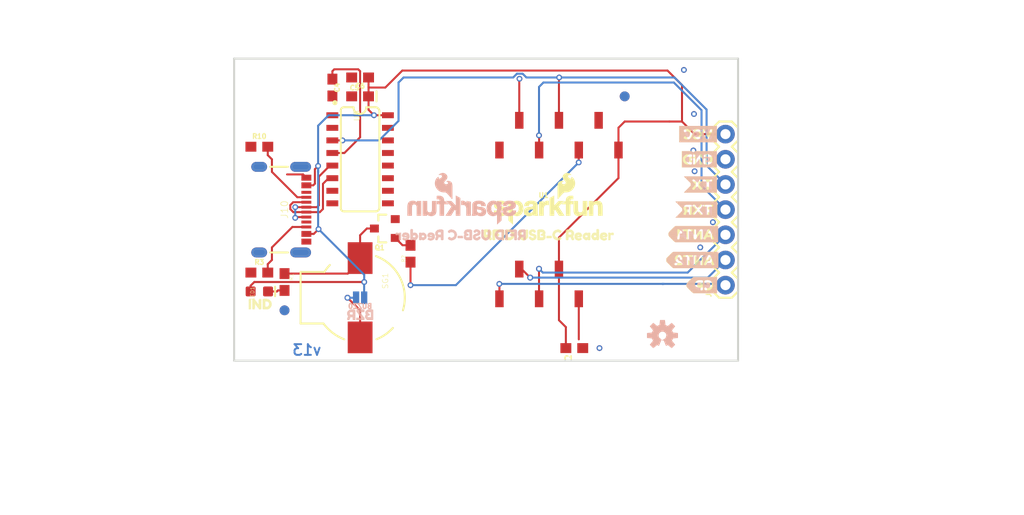
<source format=kicad_pcb>
(kicad_pcb (version 20211014) (generator pcbnew)
  (layers (0 "F.Cu" signal) (31 "B.Cu" signal) (34 "B.Paste" user) (35 "F.Paste" user) (36 "B.SilkS" user "B.Silkscreen") (37 "F.SilkS" user "F.Silkscreen") (38 "B.Mask" user) (39 "F.Mask" user) (44 "Edge.Cuts" user))
  (net 0 "")
  (net 1 "GND")
  (net 2 "VCC")
  (net 3 "TX-O")
  (net 4 "TX-O-RS232")
  (net 5 "INDICATOR")
  (net 6 "CP")
  (net 7 "N$1")
  (net 8 "N$7")
  (net 9 "N$8")
  (net 10 "N$2")
  (net 11 "N$3")
  (net 12 "N$9")
  (net 13 "N$6")
  (net 14 "N$11")
  (net 15 "N$4")
  (net 16 "ANT1")
  (net 17 "ANT2")
  (footprint "boardEagle:SO016" (layer "F.Cu") (at 135.8011 99.9236 -90)
    (fp_text reference "U5" (at -3.81 0 -90) (layer "F.SilkS") (effects (font (size 0.54864 0.54864) (thickness 0.06096)) (justify left bottom)))
    (fp_text value "CH340C")
    (pad "1" smd rect (at -4.445 2.8 270) (size 0.6 1.2) (layers "F.Cu" "F.Paste" "F.Mask") (net 1 "GND"))
    (pad "2" smd rect (at -3.175 2.8 270) (size 0.6 1.2) (layers "F.Cu" "F.Paste" "F.Mask"))
    (pad "3" smd rect (at -1.905 2.8 270) (size 0.6 1.2) (layers "F.Cu" "F.Paste" "F.Mask") (net 3 "TX-O"))
    (pad "4" smd rect (at -0.635 2.8 270) (size 0.6 1.2) (layers "F.Cu" "F.Paste" "F.Mask") (net 10 "N$2"))
    (pad "5" smd rect (at 0.635 2.8 270) (size 0.6 1.2) (layers "F.Cu" "F.Paste" "F.Mask") (net 11 "N$3"))
    (pad "6" smd rect (at 1.905 2.8 270) (size 0.6 1.2) (layers "F.Cu" "F.Paste" "F.Mask") (net 12 "N$9"))
    (pad "7" smd rect (at 3.175 2.8 270) (size 0.6 1.2) (layers "F.Cu" "F.Paste" "F.Mask"))
    (pad "8" smd rect (at 4.445 2.8 270) (size 0.6 1.2) (layers "F.Cu" "F.Paste" "F.Mask"))
    (pad "9" smd rect (at 4.445 -2.8 270) (size 0.6 1.2) (layers "F.Cu" "F.Paste" "F.Mask"))
    (pad "10" smd rect (at 3.175 -2.8 270) (size 0.6 1.2) (layers "F.Cu" "F.Paste" "F.Mask"))
    (pad "11" smd rect (at 1.905 -2.8 270) (size 0.6 1.2) (layers "F.Cu" "F.Paste" "F.Mask"))
    (pad "12" smd rect (at 0.635 -2.8 270) (size 0.6 1.2) (layers "F.Cu" "F.Paste" "F.Mask"))
    (pad "13" smd rect (at -0.635 -2.8 270) (size 0.6 1.2) (layers "F.Cu" "F.Paste" "F.Mask"))
    (pad "14" smd rect (at -1.905 -2.8 270) (size 0.6 1.2) (layers "F.Cu" "F.Paste" "F.Mask"))
    (pad "15" smd rect (at -3.175 -2.8 270) (size 0.6 1.2) (layers "F.Cu" "F.Paste" "F.Mask"))
    (pad "16" smd rect (at -4.445 -2.8 270) (size 0.6 1.2) (layers "F.Cu" "F.Paste" "F.Mask") (net 2 "VCC"))
  )
  (footprint "boardEagle:STAND-OFF" (layer "F.Cu") (at 171.3611 117.7036)
    (fp_text reference "U$7" hide)
    (fp_text value "STAND-OFF" hide)
    (pad "" np_thru_hole circle (at 0 0) (size 3.302 3.302) (drill 3.302) (layers *.Cu *.Mask))
  )
  (footprint "boardEagle:1X07" (layer "F.Cu") (at 172.6311 112.6236 90)
    (fp_text reference "J1" (at -1.27 -1.397 90) (layer "F.SilkS") (effects (font (size 0.48768 0.48768) (thickness 0.12192)) (justify left bottom)))
    (fp_text value "")
    (pad "1" thru_hole circle (at 0 0 180) (size 1.8796 1.8796) (drill 1.016) (layers *.Cu *.Mask) (net 6 "CP"))
    (pad "2" thru_hole circle (at 2.54 0 180) (size 1.8796 1.8796) (drill 1.016) (layers *.Cu *.Mask) (net 17 "ANT2"))
    (pad "3" thru_hole circle (at 5.08 0 180) (size 1.8796 1.8796) (drill 1.016) (layers *.Cu *.Mask) (net 16 "ANT1"))
    (pad "4" thru_hole circle (at 7.62 0 180) (size 1.8796 1.8796) (drill 1.016) (layers *.Cu *.Mask) (net 4 "TX-O-RS232"))
    (pad "5" thru_hole circle (at 10.16 0 180) (size 1.8796 1.8796) (drill 1.016) (layers *.Cu *.Mask) (net 3 "TX-O"))
    (pad "6" thru_hole circle (at 12.7 0 180) (size 1.8796 1.8796) (drill 1.016) (layers *.Cu *.Mask) (net 1 "GND"))
    (pad "7" thru_hole circle (at 15.24 0 180) (size 1.8796 1.8796) (drill 1.016) (layers *.Cu *.Mask) (net 2 "VCC"))
  )
  (footprint "boardEagle:0603" (layer "F.Cu") (at 125.6411 98.6536)
    (fp_text reference "R10" (at 0 -0.762) (layer "F.SilkS") (effects (font (size 0.48768 0.48768) (thickness 0.12192)) (justify bottom)))
    (fp_text value "5.1k")
    (pad "1" smd rect (at -0.85 0) (size 1.1 1) (layers "F.Cu" "F.Paste" "F.Mask") (net 1 "GND"))
    (pad "2" smd rect (at 0.85 0) (size 1.1 1) (layers "F.Cu" "F.Paste" "F.Mask") (net 13 "N$6"))
  )
  (footprint "boardEagle:REVISION" (layer "F.Cu") (at 131.9911 135.4836)
    (fp_text reference "LOGO4" hide)
    (fp_text value "REVISION" hide)
  )
  (footprint "boardEagle:0603" (layer "F.Cu") (at 135.8011 91.6686 180)
    (fp_text reference "C5" (at 0 -0.762 180) (layer "F.SilkS") (effects (font (size 0.48768 0.48768) (thickness 0.12192)) (justify right top)))
    (fp_text value "470nF")
    (pad "1" smd rect (at -0.85 0 180) (size 1.1 1) (layers "F.Cu" "F.Paste" "F.Mask") (net 2 "VCC"))
    (pad "2" smd rect (at 0.85 0 180) (size 1.1 1) (layers "F.Cu" "F.Paste" "F.Mask") (net 1 "GND"))
  )
  (footprint "boardEagle:CP5" (layer "F.Cu") (at 168.5671 112.6236)
    (fp_text reference "U$1" hide)
    (fp_text value "" hide)
  )
  (footprint "boardEagle:ANT22" (layer "F.Cu") (at 166.5351 110.0836)
    (fp_text reference "U$21" hide)
    (fp_text value "" hide)
  )
  (footprint "boardEagle:0603" (layer "F.Cu") (at 140.8811 109.4486 90)
    (fp_text reference "R2" (at -0.889 -0.6985 90) (layer "F.SilkS") (effects (font (size 0.367386 0.367386) (thickness 0.039014)) (justify left)))
    (fp_text value "180")
    (pad "1" smd rect (at -0.85 0 90) (size 1.1 1) (layers "F.Cu" "F.Paste" "F.Mask") (net 5 "INDICATOR"))
    (pad "2" smd rect (at 0.85 0 90) (size 1.1 1) (layers "F.Cu" "F.Paste" "F.Mask") (net 9 "N$8"))
  )
  (footprint "boardEagle:BUZZER-CCV" (layer "F.Cu") (at 135.8011 113.8936 -90)
    (fp_text reference "SG1" (at -2.54 -2.54 90) (layer "F.SilkS") (effects (font (size 0.560832 0.560832) (thickness 0.048768)) (justify right)))
    (fp_text value "BUZZER-SMD")
    (pad "" np_thru_hole circle (at -3.9 2.25 270) (size 0.8 0.8) (drill 0.8) (layers *.Cu *.Mask))
    (pad "" np_thru_hole circle (at 2.25 -3.9 270) (size 0.8 0.8) (drill 0.8) (layers *.Cu *.Mask))
    (pad "+" smd rect (at 4 0 270) (size 3.2 2.5) (layers "F.Cu" "F.Paste" "F.Mask") (net 15 "N$4"))
    (pad "-" smd rect (at -4 0 270) (size 3.2 2.5) (layers "F.Cu" "F.Paste" "F.Mask") (net 7 "N$1"))
  )
  (footprint "boardEagle:CREATIVE_COMMONS" (layer "F.Cu") (at 119.818979 132.9436)
    (fp_text reference "FRAME1" hide)
    (fp_text value "FRAME-LETTER" hide)
  )
  (footprint "boardEagle:0603" (layer "F.Cu") (at 133.0071 92.6846 -90)
    (fp_text reference "C4" (at 0 -0.762 -90) (layer "F.SilkS") (effects (font (size 0.48768 0.48768) (thickness 0.12192)) (justify bottom)))
    (fp_text value "10nF")
    (pad "1" smd rect (at -0.85 0 270) (size 1.1 1) (layers "F.Cu" "F.Paste" "F.Mask") (net 10 "N$2"))
    (pad "2" smd rect (at 0.85 0 270) (size 1.1 1) (layers "F.Cu" "F.Paste" "F.Mask") (net 1 "GND"))
  )
  (footprint "boardEagle:STAND-OFF" (layer "F.Cu") (at 125.6411 117.7036)
    (fp_text reference "U$5" hide)
    (fp_text value "STAND-OFF" hide)
    (pad "" np_thru_hole circle (at 0 0) (size 3.302 3.302) (drill 3.302) (layers *.Cu *.Mask))
  )
  (footprint "boardEagle:LED-0603" (layer "F.Cu") (at 125.6411 113.2586)
    (fp_text reference "LED1" (at -0.6985 0.889 90) (layer "F.SilkS") (effects (font (size 0.367386 0.367386) (thickness 0.039014)) (justify left)))
    (fp_text value "BLUE")
    (pad "A" smd roundrect (at -0.877 0 270) (size 1 1) (layers "F.Cu" "F.Paste" "F.Mask") (roundrect_rratio 0.15) (net 2 "VCC"))
    (pad "C" smd roundrect (at 0.877 0 270) (size 1 1) (layers "F.Cu" "F.Paste" "F.Mask") (roundrect_rratio 0.15) (net 8 "N$7"))
  )
  (footprint "boardEagle:ID-12_SMD" (layer "F.Cu") (at 154.8511 105.0036)
    (fp_text reference "U1" (at -0.555 -1.1614) (layer "F.SilkS") (effects (font (size 0.48768 0.48768) (thickness 0.12192)) (justify bottom)))
    (fp_text value "ID-12/20SMD")
    (pad "1" smd rect (at 2.9934 8.9982) (size 0.85 1.7) (layers "F.Cu" "F.Paste" "F.Mask") (net 1 "GND"))
    (pad "2" smd rect (at 0.9934 5.9982) (size 0.85 1.7) (layers "F.Cu" "F.Paste" "F.Mask") (net 2 "VCC"))
    (pad "3" smd rect (at -1.0066 8.9982) (size 0.85 1.7) (layers "F.Cu" "F.Paste" "F.Mask") (net 16 "ANT1"))
    (pad "4" smd rect (at -3.0066 5.9982) (size 0.85 1.7) (layers "F.Cu" "F.Paste" "F.Mask") (net 17 "ANT2"))
    (pad "5" smd rect (at -5.0066 8.9982) (size 0.85 1.7) (layers "F.Cu" "F.Paste" "F.Mask") (net 6 "CP"))
    (pad "6" smd rect (at -5.0066 -6.0132) (size 0.85 1.7) (layers "F.Cu" "F.Paste" "F.Mask"))
    (pad "7" smd rect (at -3.0066 -9.0132) (size 0.85 1.7) (layers "F.Cu" "F.Paste" "F.Mask") (net 1 "GND"))
    (pad "8" smd rect (at -1.0066 -6.0132) (size 0.85 1.7) (layers "F.Cu" "F.Paste" "F.Mask") (net 4 "TX-O-RS232"))
    (pad "9" smd rect (at 0.9934 -9.0132) (size 0.85 1.7) (layers "F.Cu" "F.Paste" "F.Mask") (net 3 "TX-O"))
    (pad "10" smd rect (at 2.9934 -6.0132) (size 0.85 1.7) (layers "F.Cu" "F.Paste" "F.Mask") (net 5 "INDICATOR"))
    (pad "11" smd rect (at 6.9934 -6.0132) (size 0.85 1.7) (layers "F.Cu" "F.Paste" "F.Mask") (net 2 "VCC"))
    (pad "NC" smd rect (at 4.9934 -9.0132) (size 0.85 1.7) (layers "F.Cu" "F.Paste" "F.Mask"))
  )
  (footprint "boardEagle:0603-POLAR" (layer "F.Cu") (at 135.8011 93.5736)
    (fp_text reference "C6" (at 0 -0.762) (layer "F.SilkS") (effects (font (size 0.48768 0.48768) (thickness 0.12192)) (justify bottom)))
    (fp_text value "10uF")
    (pad "+" smd rect (at 0.85 0) (size 1.1 1) (layers "F.Cu" "F.Paste" "F.Mask") (net 2 "VCC"))
    (pad "-" smd rect (at -0.85 0) (size 1.1 1) (layers "F.Cu" "F.Paste" "F.Mask") (net 1 "GND"))
  )
  (footprint "boardEagle:USB-C-16P" (layer "F.Cu") (at 130.7211 105.0036 -90)
    (fp_text reference "J10" (at 0 2.54 -90) (layer "F.SilkS") (effects (font (size 0.70104 0.70104) (thickness 0.06096))))
    (fp_text value "")
    (fp_line (start 4.02 5.4) (end 4.02 4.78) (layer "Edge.Cuts") (width 0.01))
    (fp_line (start -4.02 5.4) (end -4.02 4.78) (layer "Edge.Cuts") (width 0.01))
    (fp_line (start 4.62 5.4) (end 4.62 4.78) (layer "Edge.Cuts") (width 0.01))
    (fp_line (start 4.02 1.465) (end 4.02 0.365) (layer "Edge.Cuts") (width 0.01))
    (fp_line (start 4.62 1.465) (end 4.62 0.365) (layer "Edge.Cuts") (width 0.01))
    (fp_line (start -4.62 5.4) (end -4.62 4.78) (layer "Edge.Cuts") (width 0.01))
    (fp_line (start -4.02 1.465) (end -4.02 0.365) (layer "Edge.Cuts") (width 0.01))
    (fp_line (start -4.62 1.465) (end -4.62 0.365) (layer "Edge.Cuts") (width 0.01))
    (fp_arc (start -4.02 1.465) (mid -4.32 1.765) (end -4.62 1.465) (layer "Edge.Cuts") (width 0.01))
    (fp_arc (start -4.62 4.78) (mid -4.32 4.48) (end -4.02 4.78) (layer "Edge.Cuts") (width 0.01))
    (fp_arc (start 4.62 1.465) (mid 4.32 1.765) (end 4.02 1.465) (layer "Edge.Cuts") (width 0.01))
    (fp_arc (start 4.02 4.78) (mid 4.32 4.48) (end 4.62 4.78) (layer "Edge.Cuts") (width 0.01))
    (fp_arc (start 4.02 0.365) (mid 4.32 0.065) (end 4.62 0.365) (layer "Edge.Cuts") (width 0.01))
    (fp_arc (start -4.62 0.365) (mid -4.32 0.065) (end -4.02 0.365) (layer "Edge.Cuts") (width 0.01))
    (fp_arc (start 4.62 5.4) (mid 4.32 5.7) (end 4.02 5.4) (layer "Edge.Cuts") (width 0.01))
    (fp_arc (start -4.02 5.4) (mid -4.32 5.7) (end -4.62 5.4) (layer "Edge.Cuts") (width 0.01))
    (pad "" np_thru_hole circle (at -2.89 1.445 270) (size 0.65 0.65) (drill 0.65) (layers *.Cu *.Mask))
    (pad "" np_thru_hole circle (at 2.89 1.445 270) (size 0.65 0.65) (drill 0.65) (layers *.Cu *.Mask))
    (pad "A5" smd rect (at -1.25 0.34 90) (size 0.3 1) (layers "F.Cu" "F.Paste" "F.Mask") (net 13 "N$6"))
    (pad "A6" smd rect (at -0.25 0.34 90) (size 0.3 1) (layers "F.Cu" "F.Paste" "F.Mask") (net 11 "N$3"))
    (pad "A7" smd rect (at 0.25 0.34 270) (size 0.3 1) (layers "F.Cu" "F.Paste" "F.Mask") (net 12 "N$9"))
    (pad "A8" smd rect (at 1.25 0.34 270) (size 0.3 1) (layers "F.Cu" "F.Paste" "F.Mask"))
    (pad "B5" smd rect (at 1.75 0.34 270) (size 0.3 1) (layers "F.Cu" "F.Paste" "F.Mask") (net 14 "N$11"))
    (pad "B6" smd rect (at 0.75 0.34 270) (size 0.3 1) (layers "F.Cu" "F.Paste" "F.Mask") (net 11 "N$3"))
    (pad "B7" smd rect (at -0.75 0.34 90) (size 0.3 1) (layers "F.Cu" "F.Paste" "F.Mask") (net 12 "N$9"))
    (pad "B8" smd rect (at -1.75 0.34 90) (size 0.3 1) (layers "F.Cu" "F.Paste" "F.Mask"))
    (pad "GND" smd rect (at -3.225 0.34 90) (size 0.6 1) (layers "F.Cu" "F.Paste" "F.Mask") (net 1 "GND"))
    (pad "GND2" smd rect (at 3.225 0.34 270) (size 0.6 1) (layers "F.Cu" "F.Paste" "F.Mask") (net 1 "GND"))
    (pad "SHLD1" smd roundrect (at -4.32 0.915 90) (size 1 2.1) (layers "F.Cu") (roundrect_rratio 0.5))
    (pad "SHLD2" smd roundrect (at 4.32 0.915 90) (size 1 2.1) (layers "F.Cu") (roundrect_rratio 0.5))
    (pad "SHLD3" smd roundrect (at -4.32 0.915 270) (size 1 2.1) (layers "B.Cu") (roundrect_rratio 0.5))
    (pad "SHLD4" smd roundrect (at 4.32 0.915 270) (size 1 2.1) (layers "B.Cu") (roundrect_rratio 0.5))
    (pad "SHLD5" smd roundrect (at -4.32 5.095 90) (size 1 1.6) (layers "F.Cu") (roundrect_rratio 0.5))
    (pad "SHLD6" smd roundrect (at -4.32 5.095 270) (size 1 1.6) (layers "B.Cu") (roundrect_rratio 0.5))
    (pad "SHLD7" smd roundrect (at 4.32 5.095 270) (size 1 1.6) (layers "B.Cu") (roundrect_rratio 0.5))
    (pad "SHLD8" smd roundrect (at 4.32 5.095 90) (size 1 1.6) (layers "F.Cu") (roundrect_rratio 0.5))
    (pad "VBUS1" smd rect (at -2.45 0.34 90) (size 0.6 1) (layers "F.Cu" "F.Paste" "F.Mask") (net 2 "VCC"))
    (pad "VBUS2" smd rect (at 2.45 0.34 270) (size 0.6 1) (layers "F.Cu" "F.Paste" "F.Mask") (net 2 "VCC"))
  )
  (footprint "boardEagle:0603" (layer "F.Cu") (at 157.3911 118.9736 180)
    (fp_text reference "C1" (at 0 -0.762 180) (layer "F.SilkS") (effects (font (size 0.48768 0.48768) (thickness 0.12192)) (justify right top)))
    (fp_text value "2.2uF")
    (pad "1" smd rect (at -0.85 0 180) (size 1.1 1) (layers "F.Cu" "F.Paste" "F.Mask") (net 1 "GND"))
    (pad "2" smd rect (at 0.85 0 180) (size 1.1 1) (layers "F.Cu" "F.Paste" "F.Mask") (net 2 "VCC"))
  )
  (footprint "boardEagle:FIDUCIAL-1X2" (layer "F.Cu") (at 128.1811 115.1636)
    (fp_text reference "JP2" hide)
    (fp_text value "FIDUCIAL1X2" hide)
    (pad "1" smd roundrect (at 0 0) (size 1 1) (layers "F.Cu" "F.Mask") (roundrect_rratio 0.5))
  )
  (footprint "boardEagle:0603" (layer "F.Cu") (at 128.1811 112.3061 -90)
    (fp_text reference "R1" (at -0.889 -0.6985 90) (layer "F.SilkS") (effects (font (size 0.367386 0.367386) (thickness 0.039014)) (justify right)))
    (fp_text value "330")
    (pad "1" smd rect (at -0.85 0 270) (size 1.1 1) (layers "F.Cu" "F.Paste" "F.Mask") (net 7 "N$1"))
    (pad "2" smd rect (at 0.85 0 270) (size 1.1 1) (layers "F.Cu" "F.Paste" "F.Mask") (net 8 "N$7"))
  )
  (footprint "boardEagle:GND1" (layer "F.Cu") (at 167.7416 99.9236)
    (fp_text reference "U$3" hide)
    (fp_text value "" hide)
  )
  (footprint "boardEagle:STAND-OFF" (layer "F.Cu") (at 171.3611 92.3036)
    (fp_text reference "U$6" hide)
    (fp_text value "STAND-OFF" hide)
    (pad "" np_thru_hole circle (at 0 0) (size 3.302 3.302) (drill 3.302) (layers *.Cu *.Mask))
  )
  (footprint "boardEagle:STAND-OFF" (layer "F.Cu") (at 125.6411 92.3036)
    (fp_text reference "U$4" hide)
    (fp_text value "STAND-OFF" hide)
    (pad "" np_thru_hole circle (at 0 0) (size 3.302 3.302) (drill 3.302) (layers *.Cu *.Mask))
  )
  (footprint "boardEagle:SFE_LOGO_NAME_FLAME_.1" (layer "F.Cu") (at 154.8511 105.0036)
    (fp_text reference "LOGO1" hide)
    (fp_text value "SFE_LOGO_NAME_FLAME.1_INCH" hide)
  )
  (footprint "boardEagle:RFID_USB#C_READER0" (layer "F.Cu") (at 147.2946 107.5436)
    (fp_text reference "U$17" hide)
    (fp_text value "" hide)
  )
  (footprint "boardEagle:FIDUCIAL-1X2" (layer "F.Cu") (at 162.4711 93.5736)
    (fp_text reference "JP3" hide)
    (fp_text value "FIDUCIAL1X2" hide)
    (pad "1" smd roundrect (at 0 0) (size 1 1) (layers "F.Cu" "F.Mask") (roundrect_rratio 0.5))
  )
  (footprint "boardEagle:ANT11" (layer "F.Cu") (at 166.7891 107.4801)
    (fp_text reference "U$19" hide)
    (fp_text value "" hide)
  )
  (footprint "boardEagle:IND0" (layer "F.Cu") (at 123.6091 114.5286)
    (fp_text reference "U$23" hide)
    (fp_text value "" hide)
  )
  (footprint "boardEagle:TX3" (layer "F.Cu") (at 168.3766 102.4636)
    (fp_text reference "U$9" hide)
    (fp_text value "" hide)
  )
  (footprint "boardEagle:SOT23-3" (layer "F.Cu") (at 138.3411 106.9086 90)
    (fp_text reference "Q1" (at -1.651 0 180) (layer "F.SilkS") (effects (font (size 0.48768 0.48768) (thickness 0.12192)) (justify right top)))
    (fp_text value "600mA/40V")
    (pad "1" smd rect (at -0.95 1 90) (size 0.8 0.9) (layers "F.Cu" "F.Paste" "F.Mask") (net 9 "N$8"))
    (pad "2" smd rect (at 0.95 1 90) (size 0.8 0.9) (layers "F.Cu" "F.Paste" "F.Mask") (net 1 "GND"))
    (pad "3" smd rect (at 0 -1.1 90) (size 0.8 0.9) (layers "F.Cu" "F.Paste" "F.Mask") (net 7 "N$1"))
  )
  (footprint "boardEagle:TXR4" (layer "F.Cu") (at 167.4876 105.0036)
    (fp_text reference "U$10" hide)
    (fp_text value "" hide)
  )
  (footprint "boardEagle:0603" (layer "F.Cu") (at 125.6411 111.3536)
    (fp_text reference "R3" (at 0 -0.762) (layer "F.SilkS") (effects (font (size 0.48768 0.48768) (thickness 0.12192)) (justify bottom)))
    (fp_text value "5.1k")
    (pad "1" smd rect (at -0.85 0) (size 1.1 1) (layers "F.Cu" "F.Paste" "F.Mask") (net 1 "GND"))
    (pad "2" smd rect (at 0.85 0) (size 1.1 1) (layers "F.Cu" "F.Paste" "F.Mask") (net 14 "N$11"))
  )
  (footprint "boardEagle:VCC0" (layer "F.Cu") (at 167.4876 97.3836)
    (fp_text reference "U$11" hide)
    (fp_text value "" hide)
  )
  (footprint "boardEagle:BZR3" (layer "B.Cu") (at 138.0871 115.6081 180)
    (fp_text reference "U$8" hide)
    (fp_text value "" hide)
  )
  (footprint "boardEagle:SMT-JUMPER_2_NO_NO-SILK" (layer "B.Cu") (at 135.8011 113.8936)
    (fp_text reference "BUZZ0" (at 0 1.143 180) (layer "B.SilkS") (effects (font (size 0.48768 0.48768) (thickness 0.12192)) (justify bottom mirror)))
    (fp_text value "buzz")
    (pad "1" smd rect (at -0.4064 0) (size 0.635 1.27) (layers "B.Cu" "B.Mask") (net 15 "N$4"))
    (pad "2" smd rect (at 0.4064 0) (size 0.635 1.27) (layers "B.Cu" "B.Mask") (net 2 "VCC"))
  )
  (footprint "boardEagle:SFE_LOGO_NAME_FLAME_.1" (layer "B.Cu") (at 145.9611 105.0036 180)
    (fp_text reference "LOGO2" hide)
    (fp_text value "SFE_LOGO_NAME_FLAME.1_INCH" hide)
  )
  (footprint "boardEagle:RFID_USB#C_READER0" (layer "B.Cu") (at 153.4541 107.5436 180)
    (fp_text reference "U$18" hide)
    (fp_text value "" hide)
  )
  (footprint "boardEagle:ANT13" (layer "B.Cu") (at 172.3771 107.4801 180)
    (fp_text reference "U$20" hide)
    (fp_text value "" hide)
  )
  (footprint "boardEagle:FIDUCIAL-1X2" (layer "B.Cu") (at 162.4711 93.5736 180)
    (fp_text reference "JP1" hide)
    (fp_text value "FIDUCIAL1X2" hide)
    (pad "1" smd roundrect (at 0 0 180) (size 1 1) (layers "B.Cu" "B.Mask") (roundrect_rratio 0.5))
  )
  (footprint "boardEagle:CP2" (layer "B.Cu") (at 172.3136 112.6236 180)
    (fp_text reference "U$16" hide)
    (fp_text value "" hide)
  )
  (footprint "boardEagle:TXR1" (layer "B.Cu") (at 172.3136 105.0036 180)
    (fp_text reference "U$15" hide)
    (fp_text value "" hide)
  )
  (footprint "boardEagle:FIDUCIAL-1X2" (layer "B.Cu") (at 128.1811 115.1636 180)
    (fp_text reference "JP5" hide)
    (fp_text value "FIDUCIAL1X2" hide)
    (pad "1" smd roundrect (at 0 0 180) (size 1 1) (layers "B.Cu" "B.Mask") (roundrect_rratio 0.5))
  )
  (footprint "boardEagle:VCC0" (layer "B.Cu") (at 172.2501 97.3836 180)
    (fp_text reference "U$12" hide)
    (fp_text value "" hide)
  )
  (footprint "boardEagle:ANT24" (layer "B.Cu") (at 172.4406 110.0836 180)
    (fp_text reference "U$22" hide)
    (fp_text value "" hide)
  )
  (footprint "boardEagle:GND1" (layer "B.Cu") (at 172.2501 99.9236 180)
    (fp_text reference "U$13" hide)
    (fp_text value "" hide)
  )
  (footprint "boardEagle:OSHW-LOGO-S" (layer "B.Cu") (at 166.2811 117.7036 180)
    (fp_text reference "LOGO3" hide)
    (fp_text value "OSHW-LOGOS" hide)
  )
  (footprint "boardEagle:TX0" (layer "B.Cu") (at 172.2501 102.4636 180)
    (fp_text reference "U$14" hide)
    (fp_text value "" hide)
  )
  (gr_line (start 123.1011 89.7636) (end 123.1011 120.2436) (layer "Edge.Cuts") (width 0.2032))
  (gr_line (start 173.9011 89.7636) (end 123.1011 89.7636) (layer "Edge.Cuts") (width 0.2032))
  (gr_line (start 173.9011 120.2436) (end 173.9011 89.7636) (layer "Edge.Cuts") (width 0.2032))
  (gr_line (start 123.1011 120.2436) (end 173.9011 120.2436) (layer "Edge.Cuts") (width 0.2032))
  (gr_text "v13" (at 131.9911 119.7991) (layer "B.Cu") (effects (font (size 1.0795 1.0795) (thickness 0.1905)) (justify left bottom mirror)))
  (segment (start 130.3811 101.7786) (end 130.0528 101.4503) (width 0.2032) (layer "F.Cu") (net 1))
  (segment (start 157.8445 114.0018) (end 157.8445 118.0935) (width 0.2032) (layer "F.Cu") (net 1))
  (segment (start 130.0528 101.4503) (end 128.4378 101.4503) (width 0.2032) (layer "F.Cu") (net 1))
  (segment (start 151.8445 91.7956) (end 151.8666 91.7956) (width 0.2032) (layer "F.Cu") (net 1))
  (segment (start 151.8445 95.9904) (end 151.8445 91.7956) (width 0.2032) (layer "F.Cu") (net 1))
  (via (at 169.4561 95.3516) (size 0.5842) (drill 0.3302) (layers "F.Cu" "B.Cu") (net 1))
  (via (at 169.3926 99.0346) (size 0.5842) (drill 0.3302) (layers "F.Cu" "B.Cu") (net 1))
  (via (at 171.3611 106.2736) (size 0.5842) (drill 0.3302) (layers "F.Cu" "B.Cu") (net 1))
  (via (at 168.4401 90.9066) (size 0.5842) (drill 0.3302) (layers "F.Cu" "B.Cu") (net 1))
  (via (at 169.5196 101.1301) (size 0.5842) (drill 0.3302) (layers "F.Cu" "B.Cu") (net 1))
  (via (at 151.8666 91.7956) (size 0.5842) (drill 0.3302) (layers "F.Cu" "B.Cu") (net 1))
  (via (at 170.0911 108.8136) (size 0.5842) (drill 0.3302) (layers "F.Cu" "B.Cu") (net 1))
  (via (at 159.9311 118.9736) (size 0.5842) (drill 0.3302) (layers "F.Cu" "B.Cu") (net 1))
  (segment (start 131.2418 100.920425) (end 131.5673 100.594925) (width 0.2032) (layer "F.Cu") (net 2))
  (segment (start 161.8445 98.9904) (end 161.8445 101.8202) (width 0.2032) (layer "F.Cu") (net 2))
  (segment (start 124.7641 113.2586) (end 124.7641 112.6751) (width 0.2032) (layer "F.Cu") (net 2))
  (segment (start 131.6101 106.9721) (end 131.1286 107.4536) (width 0.2032) (layer "F.Cu") (net 2))
  (segment (start 130.3811 102.5536) (end 131.0756 102.5536) (width 0.2032) (layer "F.Cu") (net 2))
  (segment (start 155.8445 107.8202) (end 155.8445 111.0018) (width 0.2032) (layer "F.Cu") (net 2))
  (segment (start 124.7641 112.6751) (end 125.1331 112.3061) (width 0.2032) (layer "F.Cu") (net 2))
  (segment (start 140.0556 90.9701) (end 138.3411 92.6846) (width 0.2032) (layer "F.Cu") (net 2))
  (segment (start 168.2496 96.1136) (end 168.2496 92.4306) (width 0.2032) (layer "F.Cu") (net 2))
  (segment (start 138.6011 95.4786) (end 137.1981 95.4786) (width 0.2032) (layer "F.Cu") (net 2))
  (segment (start 162.4711 96.1136) (end 161.8445 96.7402) (width 0.2032) (layer "F.Cu") (net 2))
  (segment (start 168.2496 96.1136) (end 166.9796 96.1136) (width 0.2032) (layer "F.Cu") (net 2))
  (segment (start 161.8445 101.8202) (end 155.8445 107.8202) (width 0.2032) (layer "F.Cu") (net 2))
  (segment (start 166.7891 90.9701) (end 140.0556 90.9701) (width 0.2032) (layer "F.Cu") (net 2))
  (segment (start 169.5196 97.3836) (end 168.2496 96.1136) (width 0.2032) (layer "F.Cu") (net 2))
  (segment (start 131.1286 107.4536) (end 130.3811 107.4536) (width 0.2032) (layer "F.Cu") (net 2))
  (segment (start 155.8445 111.0018) (end 155.8445 116.157) (width 0.2032) (layer "F.Cu") (net 2))
  (segment (start 136.6511 93.5736) (end 136.6511 92.6211) (width 0.2032) (layer "F.Cu") (net 2))
  (segment (start 136.6511 92.6211) (end 136.6511 91.6686) (width 0.2032) (layer "F.Cu") (net 2))
  (segment (start 172.6311 97.3836) (end 169.5196 97.3836) (width 0.2032) (layer "F.Cu") (net 2))
  (segment (start 137.1981 95.4786) (end 136.6511 94.9316) (width 0.2032) (layer "F.Cu") (net 2))
  (segment (start 131.2418 102.3874) (end 131.2418 100.920425) (width 0.2032) (layer "F.Cu") (net 2))
  (segment (start 166.9796 96.1136) (end 162.4711 96.1136) (width 0.2032) (layer "F.Cu") (net 2))
  (segment (start 131.0756 102.5536) (end 131.2418 102.3874) (width 0.2032) (layer "F.Cu") (net 2))
  (segment (start 156.5411 116.8536) (end 156.5411 118.9736) (width 0.2032) (layer "F.Cu") (net 2))
  (segment (start 136.6511 94.9316) (end 136.6511 93.5736) (width 0.2032) (layer "F.Cu") (net 2))
  (segment (start 138.3411 92.6846) (end 136.7146 92.6846) (width 0.2032) (layer "F.Cu") (net 2))
  (segment (start 136.7146 92.6846) (end 136.6511 92.6211) (width 0.2032) (layer "F.Cu") (net 2))
  (segment (start 168.2496 92.4306) (end 166.7891 90.9701) (width 0.2032) (layer "F.Cu") (net 2))
  (segment (start 125.1331 112.3061) (end 136.2138 112.3061) (width 0.2032) (layer "F.Cu") (net 2))
  (segment (start 161.8445 96.7402) (end 161.8445 98.9904) (width 0.2032) (layer "F.Cu") (net 2))
  (segment (start 155.8445 116.157) (end 156.5411 116.8536) (width 0.2032) (layer "F.Cu") (net 2))
  (via (at 131.6101 106.9721) (size 0.5842) (drill 0.3302) (layers "F.Cu" "B.Cu") (net 2))
  (via (at 137.1981 95.4786) (size 0.5842) (drill 0.3302) (layers "F.Cu" "B.Cu") (net 2))
  (via (at 131.5673 100.594925) (size 0.5842) (drill 0.3302) (layers "F.Cu" "B.Cu") (net 2))
  (via (at 136.2138 112.3061) (size 0.5842) (drill 0.3302) (layers "F.Cu" "B.Cu") (net 2))
  (segment (start 131.5673 100.594925) (end 131.5673 101.1936) (width 0.2032) (layer "B.Cu") (net 2))
  (segment (start 131.6101 106.9721) (end 131.5673 106.9293) (width 0.2032) (layer "B.Cu") (net 2))
  (segment (start 131.6101 106.9721) (end 136.2138 111.5758) (width 0.2032) (layer "B.Cu") (net 2))
  (segment (start 131.5673 96.5374) (end 131.5673 101.1936) (width 0.2032) (layer "B.Cu") (net 2))
  (segment (start 136.2138 111.5758) (end 136.2138 112.3061) (width 0.2032) (layer "B.Cu") (net 2))
  (segment (start 136.2075 112.3124) (end 136.2075 113.8936) (width 0.2032) (layer "B.Cu") (net 2))
  (segment (start 132.6261 95.4786) (end 131.5673 96.5374) (width 0.2032) (layer "B.Cu") (net 2))
  (segment (start 136.2138 112.3061) (end 136.2075 112.3124) (width 0.2032) (layer "B.Cu") (net 2))
  (segment (start 137.1981 95.4786) (end 132.6261 95.4786) (width 0.2032) (layer "B.Cu") (net 2))
  (segment (start 131.5673 101.1936) (end 131.5673 106.9293) (width 0.2032) (layer "B.Cu") (net 2))
  (segment (start 133.0011 98.0186) (end 134.0231 98.0186) (width 0.2032) (layer "F.Cu") (net 3))
  (segment (start 155.8445 95.9904) (end 155.8445 91.6912) (width 0.2032) (layer "F.Cu") (net 3))
  (segment (start 155.8445 91.6912) (end 155.8671 91.6686) (width 0.2032) (layer "F.Cu") (net 3))
  (via (at 155.8671 91.6686) (size 0.5842) (drill 0.3302) (layers "F.Cu" "B.Cu") (net 3))
  (via (at 134.0231 98.0186) (size 0.5842) (drill 0.3302) (layers "F.Cu" "B.Cu") (net 3))
  (segment (start 170.7261 94.9071) (end 167.4876 91.6686) (width 0.2032) (layer "B.Cu") (net 3))
  (segment (start 139.6746 92.1766) (end 139.6746 96.0501) (width 0.2032) (layer "B.Cu") (net 3))
  (segment (start 152.5651 91.6686) (end 152.1841 91.2876) (width 0.2032) (layer "B.Cu") (net 3))
  (segment (start 167.4876 91.6686) (end 155.8671 91.6686) (width 0.2032) (layer "B.Cu") (net 3))
  (segment (start 139.6746 96.0501) (end 137.7061 98.0186) (width 0.2032) (layer "B.Cu") (net 3))
  (segment (start 152.1841 91.2876) (end 151.6126 91.2876) (width 0.2032) (layer "B.Cu") (net 3))
  (segment (start 137.7061 98.0186) (end 134.0231 98.0186) (width 0.2032) (layer "B.Cu") (net 3))
  (segment (start 172.6311 102.4636) (end 170.7261 100.5586) (width 0.2032) (layer "B.Cu") (net 3))
  (segment (start 170.7261 100.5586) (end 170.7261 94.9071) (width 0.2032) (layer "B.Cu") (net 3))
  (segment (start 151.6126 91.2876) (end 151.2316 91.6686) (width 0.2032) (layer "B.Cu") (net 3))
  (segment (start 155.8671 91.6686) (end 152.5651 91.6686) (width 0.2032) (layer "B.Cu") (net 3))
  (segment (start 151.2316 91.6686) (end 140.1826 91.6686) (width 0.2032) (layer "B.Cu") (net 3))
  (segment (start 140.1826 91.6686) (end 139.6746 92.1766) (width 0.2032) (layer "B.Cu") (net 3))
  (segment (start 153.8445 97.52) (end 153.8351 97.5106) (width 0.2032) (layer "F.Cu") (net 4))
  (segment (start 153.8445 98.9904) (end 153.8445 97.52) (width 0.2032) (layer "F.Cu") (net 4))
  (via (at 153.8351 97.5106) (size 0.5842) (drill 0.3302) (layers "F.Cu" "B.Cu") (net 4))
  (segment (start 153.8351 92.6211) (end 154.2796 92.1766) (width 0.2032) (layer "B.Cu") (net 4))
  (segment (start 172.6311 105.0036) (end 170.2181 102.5906) (width 0.2032) (layer "B.Cu") (net 4))
  (segment (start 167.4241 92.1766) (end 154.2796 92.1766) (width 0.2032) (layer "B.Cu") (net 4))
  (segment (start 153.8351 97.5106) (end 153.8351 92.6211) (width 0.2032) (layer "B.Cu") (net 4))
  (segment (start 170.2181 94.9706) (end 167.4241 92.1766) (width 0.2032) (layer "B.Cu") (net 4))
  (segment (start 170.2181 102.5906) (end 170.2181 94.9706) (width 0.2032) (layer "B.Cu") (net 4))
  (segment (start 140.8811 112.6236) (end 140.8811 110.2986) (width 0.2032) (layer "F.Cu") (net 5))
  (segment (start 157.8356 98.9993) (end 157.8445 98.9904) (width 0.2032) (layer "F.Cu") (net 5))
  (segment (start 157.8356 100.2411) (end 157.8356 98.9993) (width 0.2032) (layer "F.Cu") (net 5))
  (via (at 157.8356 100.2411) (size 0.5842) (drill 0.3302) (layers "F.Cu" "B.Cu") (net 5))
  (via (at 140.8811 112.6236) (size 0.5842) (drill 0.3302) (layers "F.Cu" "B.Cu") (net 5))
  (segment (start 157.8356 100.2411) (end 145.4531 112.6236) (width 0.2032) (layer "B.Cu") (net 5))
  (segment (start 145.4531 112.6236) (end 140.8811 112.6236) (width 0.2032) (layer "B.Cu") (net 5))
  (segment (start 149.8445 114.0018) (end 149.8445 112.5065) (width 0.2032) (layer "F.Cu") (net 6))
  (segment (start 149.8445 112.5065) (end 149.8346 112.4966) (width 0.2032) (layer "F.Cu") (net 6))
  (via (at 149.8346 112.4966) (size 0.5842) (drill 0.3302) (layers "F.Cu" "B.Cu") (net 6))
  (segment (start 172.5041 112.4966) (end 172.6311 112.6236) (width 0.2032) (layer "B.Cu") (net 6))
  (segment (start 166.4081 112.4966) (end 166.2811 112.4966) (width 0.2032) (layer "B.Cu") (net 6))
  (segment (start 166.2811 112.4966) (end 172.5041 112.4966) (width 0.2032) (layer "B.Cu") (net 6))
  (segment (start 166.2811 112.4966) (end 149.8346 112.4966) (width 0.2032) (layer "B.Cu") (net 6))
  (segment (start 128.1811 111.4561) (end 134.5556 111.4561) (width 0.2032) (layer "F.Cu") (net 7))
  (segment (start 135.8011 109.8936) (end 135.8011 110.2106) (width 0.2032) (layer "F.Cu") (net 7))
  (segment (start 135.8011 107.5866) (end 135.8011 109.8936) (width 0.2032) (layer "F.Cu") (net 7))
  (segment (start 136.4791 106.9086) (end 135.8011 107.5866) (width 0.2032) (layer "F.Cu") (net 7))
  (segment (start 137.2411 106.9086) (end 136.4791 106.9086) (width 0.2032) (layer "F.Cu") (net 7))
  (segment (start 135.8011 110.2106) (end 134.5556 111.4561) (width 0.2032) (layer "F.Cu") (net 7))
  (segment (start 128.1811 113.1561) (end 127.5216 113.1561) (width 0.2032) (layer "F.Cu") (net 8))
  (segment (start 127.4191 113.2586) (end 126.5181 113.2586) (width 0.2032) (layer "F.Cu") (net 8))
  (segment (start 127.5216 113.1561) (end 127.4191 113.2586) (width 0.2032) (layer "F.Cu") (net 8))
  (segment (start 139.3411 107.8586) (end 140.0811 108.5986) (width 0.2032) (layer "F.Cu") (net 9))
  (segment (start 140.0811 108.5986) (end 140.8811 108.5986) (width 0.2032) (layer "F.Cu") (net 9))
  (segment (start 135.8011 91.0336) (end 135.6106 90.8431) (width 0.2032) (layer "F.Cu") (net 10))
  (segment (start 135.8011 97.7011) (end 135.8011 91.0336) (width 0.2032) (layer "F.Cu") (net 10))
  (segment (start 135.6106 90.8431) (end 133.1976 90.8431) (width 0.2032) (layer "F.Cu") (net 10))
  (segment (start 133.1976 90.8431) (end 133.0071 91.0336) (width 0.2032) (layer "F.Cu") (net 10))
  (segment (start 133.0011 99.2886) (end 134.2136 99.2886) (width 0.2032) (layer "F.Cu") (net 10))
  (segment (start 133.0071 91.0336) (end 133.0071 91.8346) (width 0.2032) (layer "F.Cu") (net 10))
  (segment (start 134.2136 99.2886) (end 135.8011 97.7011) (width 0.2032) (layer "F.Cu") (net 10))
  (segment (start 131.6482 101.6635) (end 131.6482 104.5591) (width 0.2032) (layer "F.Cu") (net 11))
  (segment (start 129.2606 105.8291) (end 129.3361 105.7536) (width 0.2032) (layer "F.Cu") (net 11))
  (segment (start 129.2646 104.7536) (end 129.2606 104.7496) (width 0.2032) (layer "F.Cu") (net 11))
  (segment (start 132.7531 100.5586) (end 131.6482 101.6635) (width 0.2032) (layer "F.Cu") (net 11))
  (segment (start 129.3361 105.7536) (end 130.3811 105.7536) (width 0.2032) (layer "F.Cu") (net 11))
  (segment (start 131.4537 104.7536) (end 130.3811 104.7536) (width 0.2032) (layer "F.Cu") (net 11))
  (segment (start 133.0011 100.5586) (end 132.7531 100.5586) (width 0.2032) (layer "F.Cu") (net 11))
  (segment (start 131.6482 104.5591) (end 131.4537 104.7536) (width 0.2032) (layer "F.Cu") (net 11))
  (segment (start 130.3811 104.7536) (end 129.2646 104.7536) (width 0.2032) (layer "F.Cu") (net 11))
  (via (at 129.2606 104.7496) (size 0.5842) (drill 0.3302) (layers "F.Cu" "B.Cu") (net 11))
  (via (at 129.2606 105.8291) (size 0.5842) (drill 0.3302) (layers "F.Cu" "B.Cu") (net 11))
  (segment (start 129.2606 104.7496) (end 129.2606 105.8291) (width 0.2032) (layer "B.Cu") (net 11))
  (segment (start 131.7411 105.2536) (end 130.3811 105.2536) (width 0.2032) (layer "F.Cu") (net 12))
  (segment (start 132.6261 101.8286) (end 132.0546 102.4001) (width 0.2032) (layer "F.Cu") (net 12))
  (segment (start 128.7653 104.954763) (end 129.064137 105.2536) (width 0.2032) (layer "F.Cu") (net 12))
  (segment (start 133.0011 101.8286) (end 132.6261 101.8286) (width 0.2032) (layer "F.Cu") (net 12))
  (segment (start 128.7653 104.544438) (end 129.055437 104.2543) (width 0.2032) (layer "F.Cu") (net 12))
  (segment (start 130.3804 104.2543) (end 130.3811 104.2536) (width 0.2032) (layer "F.Cu") (net 12))
  (segment (start 132.0546 102.4001) (end 132.0546 104.9401) (width 0.2032) (layer "F.Cu") (net 12))
  (segment (start 132.0546 104.9401) (end 131.7411 105.2536) (width 0.2032) (layer "F.Cu") (net 12))
  (segment (start 129.064137 105.2536) (end 130.3811 105.2536) (width 0.2032) (layer "F.Cu") (net 12))
  (segment (start 128.7653 104.544438) (end 128.7653 104.954763) (width 0.2032) (layer "F.Cu") (net 12))
  (segment (start 129.055437 104.2543) (end 130.3804 104.2543) (width 0.2032) (layer "F.Cu") (net 12))
  (segment (start 126.9111 101.1936) (end 129.4711 103.7536) (width 0.2032) (layer "F.Cu") (net 13))
  (segment (start 126.4911 99.5036) (end 126.4911 98.6536) (width 0.2032) (layer "F.Cu") (net 13))
  (segment (start 126.9111 99.9236) (end 126.9111 101.1936) (width 0.2032) (layer "F.Cu") (net 13))
  (segment (start 126.4911 99.5036) (end 126.9111 99.9236) (width 0.2032) (layer "F.Cu") (net 13))
  (segment (start 129.4711 103.7536) (end 130.3811 103.7536) (width 0.2032) (layer "F.Cu") (net 13))
  (segment (start 130.3811 106.7536) (end 128.9711 106.7536) (width 0.2032) (layer "F.Cu") (net 14))
  (segment (start 128.9711 106.7536) (end 126.9111 108.8136) (width 0.2032) (layer "F.Cu") (net 14))
  (segment (start 126.9111 110.0836) (end 126.4911 110.5036) (width 0.2032) (layer "F.Cu") (net 14))
  (segment (start 126.4911 110.5036) (end 126.4911 111.3536) (width 0.2032) (layer "F.Cu") (net 14))
  (segment (start 126.9111 108.8136) (end 126.9111 110.0836) (width 0.2032) (layer "F.Cu") (net 14))
  (segment (start 135.8011 115.1636) (end 134.5311 113.8936) (width 0.2032) (layer "F.Cu") (net 15))
  (segment (start 135.8011 117.8936) (end 135.8011 115.1636) (width 0.2032) (layer "F.Cu") (net 15))
  (via (at 134.5311 113.8936) (size 0.604) (drill 0.35) (layers "F.Cu" "B.Cu") (net 15))
  (segment (start 134.5311 113.8936) (end 135.3947 113.8936) (width 0.2032) (layer "B.Cu") (net 15))
  (segment (start 153.8351 110.9726) (end 153.8351 113.9924) (width 0.2032) (layer "F.Cu") (net 16))
  (segment (start 153.8351 113.9924) (end 153.8445 114.0018) (width 0.2032) (layer "F.Cu") (net 16))
  (via (at 153.8351 110.9726) (size 0.604) (drill 0.35) (layers "F.Cu" "B.Cu") (net 16))
  (segment (start 172.6311 107.5436) (end 168.8211 111.3536) (width 0.2032) (layer "B.Cu") (net 16))
  (segment (start 154.2161 111.3536) (end 153.8351 110.9726) (width 0.2032) (layer "B.Cu") (net 16))
  (segment (start 168.8211 111.3536) (end 154.2161 111.3536) (width 0.2032) (layer "B.Cu") (net 16))
  (segment (start 151.8445 111.0018) (end 152.0863 111.0018) (width 0.2032) (layer "F.Cu") (net 17))
  (segment (start 152.0863 111.0018) (end 152.9461 111.8616) (width 0.2032) (layer "F.Cu") (net 17))
  (via (at 152.9461 111.8616) (size 0.604) (drill 0.35) (layers "F.Cu" "B.Cu") (net 17))
  (segment (start 170.8531 111.8616) (end 172.6311 110.0836) (width 0.2032) (layer "B.Cu") (net 17))
  (segment (start 152.9461 111.8616) (end 170.8531 111.8616) (width 0.2032) (layer "B.Cu") (net 17))
)
</source>
